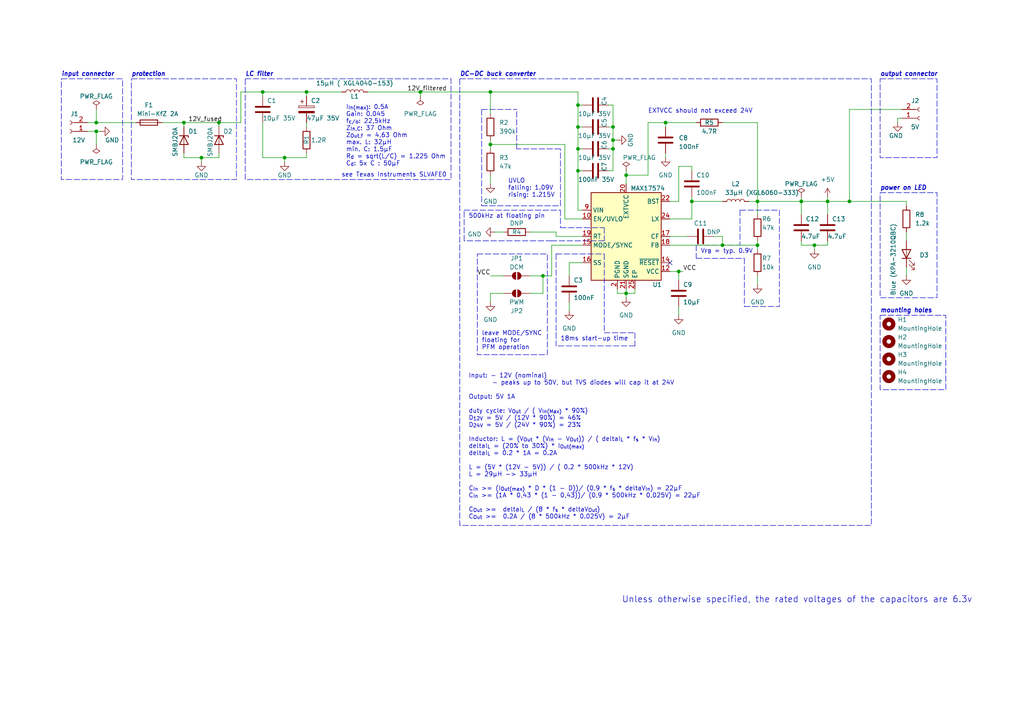
<source format=kicad_sch>
(kicad_sch (version 20231120) (generator "eeschema") (generator_version "8.0")
  (paper "A4")
  (lib_symbols
    (symbol "Connector:Conn_01x02_Socket" (pin_names (offset 1.016) hide)
      (property "Reference" "J" (at 0 2.54 0))
      (property "Value" "Conn_01x02_Socket" (at 0 -5.08 0))
      (symbol "Conn_01x02_Socket_1_1"
        (arc (start 0 -2.032) (mid -0.5058 -2.54) (end 0 -3.048) (stroke (width 0.1524)))
        (polyline (pts (xy -1.27 -2.54) (xy -0.508 -2.54)) (stroke (width 0.1524)))
        (polyline (pts (xy -1.27 0) (xy -0.508 0)) (stroke (width 0.1524)))
        (arc (start 0 0.508) (mid -0.5058 0) (end 0 -0.508) (stroke (width 0.1524)))
        (pin passive line (at -5.08 0 0) (length 3.81) (name "Pin_1") (number "1"))
        (pin passive line (at -5.08 -2.54 0) (length 3.81) (name "Pin_2") (number "2"))
      )
    )
    (symbol "Device:C" (pin_numbers hide) (pin_names (offset 0.254))
      (property "Reference" "C" (at 0.635 2.54 0))
      (property "Value" "C" (at 0.635 -2.54 0))
      (symbol "C_0_1"
        (polyline (pts (xy -2.032 -0.762) (xy 2.032 -0.762)) (stroke (width 0.508)))
        (polyline (pts (xy -2.032 0.762) (xy 2.032 0.762)) (stroke (width 0.508)))
      )
      (symbol "C_1_1"
        (pin passive line (at 0 3.81 270) (length 2.794) (name "~") (number "1"))
        (pin passive line (at 0 -3.81 90) (length 2.794) (name "~") (number "2"))
      )
    )
    (symbol "Device:C_Polarized" (pin_numbers hide) (pin_names (offset 0.254))
      (property "Reference" "C" (at 0.635 2.54 0))
      (property "Value" "C_Polarized" (at 0.635 -2.54 0))
      (symbol "C_Polarized_0_1"
        (rectangle (start -2.286 0.508) (end 2.286 1.016))
        (polyline (pts (xy -1.778 2.286) (xy -0.762 2.286)))
        (polyline (pts (xy -1.27 2.794) (xy -1.27 1.778)))
        (rectangle (start 2.286 -0.508) (end -2.286 -1.016) (fill (type outline)))
      )
      (symbol "C_Polarized_1_1"
        (pin passive line (at 0 3.81 270) (length 2.794) (name "~") (number "1"))
        (pin passive line (at 0 -3.81 90) (length 2.794) (name "~") (number "2"))
      )
    )
    (symbol "Device:D_Zener" (pin_numbers hide) (pin_names (offset 1.016) hide)
      (property "Reference" "D" (at 0 2.54 0))
      (property "Value" "D_Zener" (at 0 -2.54 0))
      (symbol "D_Zener_0_1"
        (polyline (pts (xy 1.27 0) (xy -1.27 0)))
        (polyline (pts (xy -1.27 -1.27) (xy -1.27 1.27) (xy -0.762 1.27)) (stroke (width 0.254)))
        (polyline (pts (xy 1.27 -1.27) (xy 1.27 1.27) (xy -1.27 0) (xy 1.27 -1.27)) (stroke (width 0.254)))
      )
      (symbol "D_Zener_1_1"
        (pin passive line (at -3.81 0 0) (length 2.54) (name "K") (number "1"))
        (pin passive line (at 3.81 0 180) (length 2.54) (name "A") (number "2"))
      )
    )
    (symbol "Device:Fuse" (pin_numbers hide) (pin_names (offset 0))
      (property "Reference" "F" (at 2.032 0 90))
      (property "Value" "Fuse" (at -1.905 0 90))
      (symbol "Fuse_0_1"
        (rectangle (start -0.762 -2.54) (end 0.762 2.54) (stroke (width 0.254)))
        (polyline (pts (xy 0 2.54) (xy 0 -2.54)))
      )
      (symbol "Fuse_1_1"
        (pin passive line (at 0 3.81 270) (length 1.27) (name "~") (number "1"))
        (pin passive line (at 0 -3.81 90) (length 1.27) (name "~") (number "2"))
      )
    )
    (symbol "Device:L" (pin_numbers hide) (pin_names (offset 1.016) hide)
      (property "Reference" "L" (at -1.27 0 90))
      (property "Value" "L" (at 1.905 0 90))
      (symbol "L_0_1"
        (arc (start 0 -2.54) (mid 0.6323 -1.905) (end 0 -1.27))
        (arc (start 0 -1.27) (mid 0.6323 -0.635) (end 0 0))
        (arc (start 0 0) (mid 0.6323 0.635) (end 0 1.27))
        (arc (start 0 1.27) (mid 0.6323 1.905) (end 0 2.54))
      )
      (symbol "L_1_1"
        (pin passive line (at 0 3.81 270) (length 1.27) (name "1") (number "1"))
        (pin passive line (at 0 -3.81 90) (length 1.27) (name "2") (number "2"))
      )
    )
    (symbol "Device:LED" (pin_numbers hide) (pin_names (offset 1.016) hide)
      (property "Reference" "D" (at 0 2.54 0))
      (property "Value" "LED" (at 0 -2.54 0))
      (symbol "LED_0_1"
        (polyline (pts (xy -1.27 -1.27) (xy -1.27 1.27)) (stroke (width 0.254)))
        (polyline (pts (xy -1.27 0) (xy 1.27 0)))
        (polyline (pts (xy 1.27 -1.27) (xy 1.27 1.27) (xy -1.27 0) (xy 1.27 -1.27)) (stroke (width 0.254)))
        (polyline (pts (xy -3.048 -0.762) (xy -4.572 -2.286) (xy -3.81 -2.286) (xy -4.572 -2.286) (xy -4.572 -1.524)))
        (polyline (pts (xy -1.778 -0.762) (xy -3.302 -2.286) (xy -2.54 -2.286) (xy -3.302 -2.286) (xy -3.302 -1.524)))
      )
      (symbol "LED_1_1"
        (pin passive line (at -3.81 0 0) (length 2.54) (name "K") (number "1"))
        (pin passive line (at 3.81 0 180) (length 2.54) (name "A") (number "2"))
      )
    )
    (symbol "Device:R" (pin_numbers hide) (pin_names (offset 0))
      (property "Reference" "R" (at 2.032 0 90))
      (property "Value" "R" (at 0 0 90))
      (symbol "R_0_1"
        (rectangle (start -1.016 -2.54) (end 1.016 2.54) (stroke (width 0.254)))
      )
      (symbol "R_1_1"
        (pin passive line (at 0 3.81 270) (length 1.27) (name "~") (number "1"))
        (pin passive line (at 0 -3.81 90) (length 1.27) (name "~") (number "2"))
      )
    )
    (symbol "Jumper:SolderJumper_2_Open" (pin_numbers hide) (pin_names (offset 0) hide) (exclude_from_sim yes) (in_bom no)
      (property "Reference" "JP" (at 0 2.032 0))
      (property "Value" "SolderJumper_2_Open" (at 0 -2.54 0))
      (symbol "SolderJumper_2_Open_0_1"
        (arc (start -0.254 1.016) (mid -1.2656 0) (end -0.254 -1.016))
        (arc (start -0.254 1.016) (mid -1.2656 0) (end -0.254 -1.016) (fill (type outline)))
        (polyline (pts (xy -0.254 1.016) (xy -0.254 -1.016)))
        (polyline (pts (xy 0.254 1.016) (xy 0.254 -1.016)))
        (arc (start 0.254 -1.016) (mid 1.2656 0) (end 0.254 1.016))
        (arc (start 0.254 -1.016) (mid 1.2656 0) (end 0.254 1.016) (fill (type outline)))
      )
      (symbol "SolderJumper_2_Open_1_1"
        (pin passive line (at -3.81 0 0) (length 2.54) (name "A") (number "1"))
        (pin passive line (at 3.81 0 180) (length 2.54) (name "B") (number "2"))
      )
    )
    (symbol "Mechanical:MountingHole" (pin_names (offset 1.016)) (exclude_from_sim yes) (in_bom no)
      (property "Reference" "H" (at 0 5.08 0))
      (property "Value" "MountingHole" (at 0 3.175 0))
      (symbol "MountingHole_0_1"
        (circle (center 0 0) (radius 1.27) (stroke (width 1.27)))
      )
    )
    (symbol "Regulator_Switching:MAX17574"
      (property "Reference" "U" (at -8.89 13.97 0))
      (property "Value" "MAX17574" (at 2.54 13.97 0))
      (symbol "MAX17574_0_1"
        (rectangle (start -10.16 12.7) (end 10.16 -12.7) (stroke (width 0.254)) (fill (type background)))
      )
      (symbol "MAX17574_1_1"
        (pin passive line (at 12.7 5.08 180) (length 2.54) hide (name "LX") (number "1"))
        (pin input line (at -12.7 5.08 0) (length 2.54) (name "EN/UVLO") (number "10"))
        (pin passive line (at -2.54 -15.24 90) (length 2.54) hide (name "PGND") (number "11"))
        (pin power_out line (at 12.7 -10.16 180) (length 2.54) (name "VCC") (number "12"))
        (pin no_connect line (at 10.16 -5.08 180) (length 2.54) hide (name "NC") (number "13"))
        (pin open_collector line (at 12.7 -7.62 180) (length 2.54) (name "~{RESET}") (number "14"))
        (pin input line (at -12.7 -2.54 0) (length 2.54) (name "MODE/SYNC") (number "15"))
        (pin passive line (at -12.7 -7.62 0) (length 2.54) (name "SS") (number "16"))
        (pin passive line (at 12.7 0 180) (length 2.54) (name "CF") (number "17"))
        (pin input line (at 12.7 -2.54 180) (length 2.54) (name "FB") (number "18"))
        (pin input line (at -12.7 0 0) (length 2.54) (name "RT") (number "19"))
        (pin power_in line (at -2.54 -15.24 90) (length 2.54) (name "PGND") (number "2"))
        (pin power_in line (at 0 15.24 270) (length 2.54) (name "EXTVCC") (number "20"))
        (pin power_in line (at 0 -15.24 90) (length 2.54) (name "SGND") (number "21"))
        (pin passive line (at 12.7 10.16 180) (length 2.54) (name "BST") (number "22"))
        (pin passive line (at 12.7 5.08 180) (length 2.54) hide (name "LX") (number "23"))
        (pin power_out line (at 12.7 5.08 180) (length 2.54) (name "LX") (number "24"))
        (pin power_in line (at 2.54 -15.24 90) (length 2.54) (name "EP") (number "25"))
        (pin passive line (at -2.54 -15.24 90) (length 2.54) hide (name "PGND") (number "3"))
        (pin no_connect line (at -10.16 2.54 0) (length 2.54) hide (name "NC") (number "4"))
        (pin passive line (at -12.7 7.62 0) (length 2.54) hide (name "VIN") (number "5"))
        (pin passive line (at -12.7 7.62 0) (length 2.54) hide (name "VIN") (number "6"))
        (pin passive line (at -12.7 7.62 0) (length 2.54) hide (name "VIN") (number "7"))
        (pin no_connect line (at -10.16 -5.08 0) (length 2.54) hide (name "NC") (number "8"))
        (pin power_in line (at -12.7 7.62 0) (length 2.54) (name "VIN") (number "9"))
      )
    )
    (symbol "power:+5V" (power) (pin_numbers hide) (pin_names (offset 0) hide)
      (property "Value" "+5V" (at 0 3.556 0))
      (symbol "+5V_0_1"
        (polyline (pts (xy -0.762 1.27) (xy 0 2.54)))
        (polyline (pts (xy 0 0) (xy 0 2.54)))
        (polyline (pts (xy 0 2.54) (xy 0.762 1.27)))
      )
      (symbol "+5V_1_1"
        (pin power_in line (at 0 0 90) (length 0) (name "~") (number "1"))
      )
    )
    (symbol "power:GND" (power) (pin_numbers hide) (pin_names (offset 0) hide)
      (property "Value" "GND" (at 0 -3.81 0))
      (symbol "GND_0_1"
        (polyline (pts (xy 0 0) (xy 0 -1.27) (xy 1.27 -1.27) (xy 0 -2.54) (xy -1.27 -1.27) (xy 0 -1.27)))
      )
      (symbol "GND_1_1"
        (pin power_in line (at 0 0 270) (length 0) (name "~") (number "1"))
      )
    )
    (symbol "power:PWR_FLAG" (power) (pin_numbers hide) (pin_names (offset 0) hide)
      (property "Value" "PWR_FLAG" (at 0 3.81 0))
      (symbol "PWR_FLAG_0_0"
        (pin power_out line (at 0 0 90) (length 0) (name "~") (number "1"))
      )
      (symbol "PWR_FLAG_0_1"
        (polyline (pts (xy 0 0) (xy 0 1.27) (xy -1.016 1.905) (xy 0 2.54) (xy 1.016 1.905) (xy 0 1.27)))
      )
    )
  )
  (junction (at 181.61 85.09))
  (junction (at 82.55 45.72))
  (junction (at 121.92 26.67))
  (junction (at 219.71 58.42))
  (junction (at 167.64 36.83))
  (junction (at 177.8 36.83))
  (junction (at 240.03 58.42))
  (junction (at 76.2 26.67))
  (junction (at 157.48 80.01))
  (junction (at 58.42 45.72))
  (junction (at 63.5 35.56))
  (junction (at 177.8 40.64))
  (junction (at 27.94 38.1))
  (junction (at 209.55 71.12))
  (junction (at 246.38 58.42))
  (junction (at 177.8 43.18))
  (junction (at 53.34 35.56))
  (junction (at 142.24 26.67))
  (junction (at 167.64 43.18))
  (junction (at 219.71 71.12))
  (junction (at 167.64 49.53))
  (junction (at 193.04 35.56))
  (junction (at 236.22 71.12))
  (junction (at 232.41 58.42))
  (junction (at 167.64 30.48))
  (junction (at 200.66 58.42))
  (junction (at 27.94 35.56))
  (junction (at 181.61 50.8))
  (junction (at 88.9 26.67))
  (junction (at 196.85 78.74))
  (junction (at 142.24 41.91))
  (no_connect (at 194.31 76.2))
  (polyline (pts (xy 226.06 60.96) (xy 226.06 88.9)) (stroke (width 0) (type dash)))
  (wire (pts (xy 260.35 34.29) (xy 261.62 34.29)))
  (wire (pts (xy 194.31 63.5) (xy 200.66 63.5)))
  (wire (pts (xy 240.03 57.15) (xy 240.03 58.42)))
  (wire (pts (xy 262.89 77.47) (xy 262.89 80.01)))
  (wire (pts (xy 167.64 49.53) (xy 168.91 49.53)))
  (wire (pts (xy 177.8 49.53) (xy 177.8 43.18)))
  (polyline (pts (xy 139.7 59.69) (xy 162.56 59.69)) (stroke (width 0) (type dash)))
  (wire (pts (xy 88.9 26.67) (xy 88.9 27.94)))
  (wire (pts (xy 181.61 50.8) (xy 187.96 50.8)))
  (wire (pts (xy 168.91 43.18) (xy 167.64 43.18)))
  (polyline (pts (xy 139.7 31.75) (xy 149.86 31.75)) (stroke (width 0) (type dash)))
  (wire (pts (xy 240.03 58.42) (xy 240.03 62.23)))
  (wire (pts (xy 27.94 38.1) (xy 29.21 38.1)))
  (wire (pts (xy 200.66 58.42) (xy 209.55 58.42)))
  (polyline (pts (xy 162.56 66.04) (xy 175.26 66.04)) (stroke (width 0) (type dash)))
  (wire (pts (xy 217.17 58.42) (xy 219.71 58.42)))
  (wire (pts (xy 232.41 57.15) (xy 232.41 58.42)))
  (wire (pts (xy 53.34 44.45) (xy 53.34 45.72)))
  (polyline (pts (xy 215.9 74.93) (xy 215.9 88.9)) (stroke (width 0) (type dash)))
  (wire (pts (xy 168.91 68.58) (xy 161.29 68.58)))
  (wire (pts (xy 181.61 85.09) (xy 181.61 86.36)))
  (wire (pts (xy 27.94 31.75) (xy 27.94 35.56)))
  (wire (pts (xy 76.2 35.56) (xy 76.2 45.72)))
  (wire (pts (xy 219.71 58.42) (xy 232.41 58.42)))
  (wire (pts (xy 165.1 76.2) (xy 168.91 76.2)))
  (wire (pts (xy 63.5 44.45) (xy 63.5 45.72)))
  (wire (pts (xy 142.24 40.64) (xy 142.24 41.91)))
  (polyline (pts (xy 161.29 73.66) (xy 175.26 73.66)) (stroke (width 0) (type dash)))
  (wire (pts (xy 88.9 26.67) (xy 99.06 26.67)))
  (wire (pts (xy 200.66 63.5) (xy 200.66 58.42)))
  (wire (pts (xy 69.85 26.67) (xy 69.85 35.56)))
  (wire (pts (xy 142.24 80.01) (xy 146.05 80.01)))
  (wire (pts (xy 219.71 69.85) (xy 219.71 71.12)))
  (wire (pts (xy 196.85 78.74) (xy 198.12 78.74)))
  (wire (pts (xy 209.55 71.12) (xy 219.71 71.12)))
  (polyline (pts (xy 201.93 71.12) (xy 214.63 71.12)) (stroke (width 0) (type dash)))
  (wire (pts (xy 232.41 58.42) (xy 240.03 58.42)))
  (wire (pts (xy 209.55 71.12) (xy 209.55 68.58)))
  (wire (pts (xy 246.38 58.42) (xy 262.89 58.42)))
  (wire (pts (xy 161.29 68.58) (xy 161.29 67.31)))
  (polyline (pts (xy 161.29 73.66) (xy 161.29 96.52)) (stroke (width 0) (type dash)))
  (wire (pts (xy 157.48 85.09) (xy 157.48 80.01)))
  (polyline (pts (xy 201.93 71.12) (xy 201.93 74.93)) (stroke (width 0) (type dash)))
  (wire (pts (xy 219.71 80.01) (xy 219.71 82.55)))
  (wire (pts (xy 167.64 30.48) (xy 168.91 30.48)))
  (wire (pts (xy 177.8 30.48) (xy 177.8 36.83)))
  (wire (pts (xy 232.41 69.85) (xy 232.41 71.12)))
  (wire (pts (xy 53.34 35.56) (xy 63.5 35.56)))
  (wire (pts (xy 142.24 50.8) (xy 142.24 53.34)))
  (wire (pts (xy 177.8 36.83) (xy 177.8 40.64)))
  (wire (pts (xy 82.55 45.72) (xy 82.55 46.99)))
  (wire (pts (xy 193.04 44.45) (xy 193.04 45.72)))
  (wire (pts (xy 167.64 30.48) (xy 167.64 36.83)))
  (wire (pts (xy 209.55 68.58) (xy 207.01 68.58)))
  (wire (pts (xy 163.83 63.5) (xy 168.91 63.5)))
  (wire (pts (xy 106.68 26.67) (xy 121.92 26.67)))
  (wire (pts (xy 194.31 58.42) (xy 196.85 58.42)))
  (wire (pts (xy 200.66 57.15) (xy 200.66 58.42)))
  (wire (pts (xy 196.85 78.74) (xy 196.85 81.28)))
  (wire (pts (xy 88.9 35.56) (xy 88.9 36.83)))
  (polyline (pts (xy 184.15 96.52) (xy 184.15 100.33)) (stroke (width 0) (type dash)))
  (wire (pts (xy 165.1 87.63) (xy 165.1 90.17)))
  (wire (pts (xy 179.07 40.64) (xy 177.8 40.64)))
  (wire (pts (xy 63.5 35.56) (xy 63.5 36.83)))
  (polyline (pts (xy 175.26 96.52) (xy 184.15 96.52)) (stroke (width 0) (type dash)))
  (wire (pts (xy 219.71 58.42) (xy 219.71 62.23)))
  (wire (pts (xy 165.1 80.01) (xy 165.1 76.2)))
  (wire (pts (xy 82.55 45.72) (xy 88.9 45.72)))
  (wire (pts (xy 240.03 69.85) (xy 240.03 71.12)))
  (wire (pts (xy 53.34 45.72) (xy 58.42 45.72)))
  (wire (pts (xy 179.07 85.09) (xy 181.61 85.09)))
  (polyline (pts (xy 175.26 73.66) (xy 175.26 96.52)) (stroke (width 0) (type dash)))
  (wire (pts (xy 167.64 36.83) (xy 167.64 43.18)))
  (polyline (pts (xy 215.9 88.9) (xy 226.06 88.9)) (stroke (width 0) (type dash)))
  (wire (pts (xy 187.96 35.56) (xy 193.04 35.56)))
  (wire (pts (xy 194.31 71.12) (xy 209.55 71.12)))
  (wire (pts (xy 163.83 63.5) (xy 163.83 41.91)))
  (polyline (pts (xy 162.56 59.69) (xy 162.56 43.18)) (stroke (width 0) (type dash)))
  (polyline (pts (xy 160.02 69.85) (xy 134.62 69.85)) (stroke (width 0) (type dash)))
  (wire (pts (xy 181.61 85.09) (xy 184.15 85.09)))
  (wire (pts (xy 200.66 48.26) (xy 200.66 49.53)))
  (wire (pts (xy 53.34 35.56) (xy 53.34 36.83)))
  (wire (pts (xy 240.03 58.42) (xy 246.38 58.42)))
  (wire (pts (xy 153.67 85.09) (xy 157.48 85.09)))
  (wire (pts (xy 142.24 26.67) (xy 142.24 33.02)))
  (polyline (pts (xy 214.63 60.96) (xy 214.63 71.12)) (stroke (width 0) (type dash)))
  (wire (pts (xy 181.61 49.53) (xy 181.61 50.8)))
  (wire (pts (xy 63.5 35.56) (xy 69.85 35.56)))
  (wire (pts (xy 194.31 68.58) (xy 199.39 68.58)))
  (wire (pts (xy 196.85 48.26) (xy 200.66 48.26)))
  (polyline (pts (xy 162.56 60.96) (xy 162.56 66.04)) (stroke (width 0) (type dash)))
  (wire (pts (xy 262.89 67.31) (xy 262.89 69.85)))
  (wire (pts (xy 160.02 80.01) (xy 160.02 71.12)))
  (wire (pts (xy 76.2 26.67) (xy 88.9 26.67)))
  (polyline (pts (xy 161.29 96.52) (xy 161.29 100.33)) (stroke (width 0) (type dash)))
  (wire (pts (xy 260.35 34.29) (xy 260.35 35.56)))
  (wire (pts (xy 236.22 71.12) (xy 240.03 71.12)))
  (wire (pts (xy 121.92 26.67) (xy 142.24 26.67)))
  (wire (pts (xy 194.31 78.74) (xy 196.85 78.74)))
  (wire (pts (xy 25.4 35.56) (xy 27.94 35.56)))
  (wire (pts (xy 167.64 60.96) (xy 168.91 60.96)))
  (wire (pts (xy 193.04 35.56) (xy 201.93 35.56)))
  (polyline (pts (xy 175.26 66.04) (xy 175.26 69.85)) (stroke (width 0) (type dash)))
  (polyline (pts (xy 134.62 69.85) (xy 134.62 60.96)) (stroke (width 0) (type dash)))
  (polyline (pts (xy 139.7 31.75) (xy 139.7 59.69)) (stroke (width 0) (type dash)))
  (wire (pts (xy 179.07 83.82) (xy 179.07 85.09)))
  (wire (pts (xy 196.85 58.42) (xy 196.85 48.26)))
  (wire (pts (xy 184.15 83.82) (xy 184.15 85.09)))
  (wire (pts (xy 69.85 26.67) (xy 76.2 26.67)))
  (wire (pts (xy 121.92 26.67) (xy 121.92 27.94)))
  (wire (pts (xy 219.71 71.12) (xy 219.71 72.39)))
  (wire (pts (xy 27.94 38.1) (xy 27.94 41.91)))
  (wire (pts (xy 176.53 49.53) (xy 177.8 49.53)))
  (wire (pts (xy 232.41 71.12) (xy 236.22 71.12)))
  (wire (pts (xy 219.71 35.56) (xy 219.71 58.42)))
  (polyline (pts (xy 184.15 100.33) (xy 161.29 100.33)) (stroke (width 0) (type dash)))
  (wire (pts (xy 153.67 67.31) (xy 161.29 67.31)))
  (polyline (pts (xy 161.29 96.52) (xy 161.29 96.52)) (stroke (width 0) (type dash)))
  (wire (pts (xy 177.8 43.18) (xy 177.8 40.64)))
  (wire (pts (xy 167.64 26.67) (xy 167.64 30.48)))
  (polyline (pts (xy 149.86 43.18) (xy 149.86 31.75)) (stroke (width 0) (type dash)))
  (wire (pts (xy 142.24 85.09) (xy 146.05 85.09)))
  (wire (pts (xy 157.48 80.01) (xy 160.02 80.01)))
  (wire (pts (xy 181.61 83.82) (xy 181.61 85.09)))
  (wire (pts (xy 167.64 60.96) (xy 167.64 49.53)))
  (wire (pts (xy 142.24 26.67) (xy 167.64 26.67)))
  (polyline (pts (xy 162.56 43.18) (xy 149.86 43.18)) (stroke (width 0) (type dash)))
  (wire (pts (xy 58.42 45.72) (xy 63.5 45.72)))
  (wire (pts (xy 176.53 30.48) (xy 177.8 30.48)))
  (wire (pts (xy 163.83 41.91) (xy 142.24 41.91)))
  (polyline (pts (xy 214.63 60.96) (xy 226.06 60.96)) (stroke (width 0) (type dash)))
  (wire (pts (xy 236.22 71.12) (xy 236.22 72.39)))
  (polyline (pts (xy 201.93 74.93) (xy 215.9 74.93)) (stroke (width 0) (type dash)))
  (wire (pts (xy 27.94 35.56) (xy 39.37 35.56)))
  (polyline (pts (xy 175.26 69.85) (xy 160.02 69.85)) (stroke (width 0) (type dash)))
  (wire (pts (xy 187.96 35.56) (xy 187.96 50.8)))
  (wire (pts (xy 193.04 35.56) (xy 193.04 36.83)))
  (wire (pts (xy 176.53 36.83) (xy 177.8 36.83)))
  (wire (pts (xy 25.4 38.1) (xy 27.94 38.1)))
  (wire (pts (xy 88.9 44.45) (xy 88.9 45.72)))
  (wire (pts (xy 76.2 45.72) (xy 82.55 45.72)))
  (wire (pts (xy 176.53 43.18) (xy 177.8 43.18)))
  (wire (pts (xy 46.99 35.56) (xy 53.34 35.56)))
  (wire (pts (xy 181.61 53.34) (xy 181.61 50.8)))
  (wire (pts (xy 167.64 49.53) (xy 167.64 43.18)))
  (polyline (pts (xy 160.02 69.85) (xy 160.02 69.85)))
  (wire (pts (xy 246.38 31.75) (xy 261.62 31.75)))
  (wire (pts (xy 143.51 67.31) (xy 146.05 67.31)))
  (wire (pts (xy 160.02 71.12) (xy 168.91 71.12)))
  (wire (pts (xy 246.38 31.75) (xy 246.38 58.42)))
  (wire (pts (xy 142.24 41.91) (xy 142.24 43.18)))
  (wire (pts (xy 232.41 58.42) (xy 232.41 62.23)))
  (wire (pts (xy 58.42 45.72) (xy 58.42 46.99)))
  (wire (pts (xy 153.67 80.01) (xy 157.48 80.01)))
  (wire (pts (xy 142.24 87.63) (xy 142.24 85.09)))
  (wire (pts (xy 209.55 35.56) (xy 219.71 35.56)))
  (wire (pts (xy 196.85 88.9) (xy 196.85 91.44)))
  (wire (pts (xy 262.89 58.42) (xy 262.89 59.69)))
  (wire (pts (xy 167.64 36.83) (xy 168.91 36.83)))
  (polyline (pts (xy 134.62 60.96) (xy 162.56 60.96)) (stroke (width 0) (type dash)))
  (wire (pts (xy 76.2 26.67) (xy 76.2 27.94)))
  (rectangle (start 255.27 91.44) (end 274.32 113.03) (stroke (width 0) (type dash)))
  (rectangle (start 255.27 22.86) (end 271.78 45.72) (stroke (width 0) (type dash)))
  (rectangle (start 17.78 22.86) (end 35.56 52.07) (stroke (width 0) (type dash)))
  (rectangle (start 255.27 55.88) (end 271.78 86.36) (stroke (width 0) (type dash)))
  (rectangle (start 71.12 22.86) (end 130.81 52.07) (stroke (width 0) (type dash)))
  (rectangle (start 138.43 73.66) (end 158.75 102.87) (stroke (width 0) (type dash)))
  (rectangle (start 133.35 22.86) (end 252.73 152.4) (stroke (width 0) (type dash)))
  (rectangle (start 38.1 22.86) (end 68.58 52.07) (stroke (width 0) (type dash)))
  (text "power on LED" (at 255.27 54.61 0) (effects (font (size 1.27 1.27) (thickness 0.254) (bold yes) (italic yes)) (justify left)))
  (text "DC-DC buck converter" (at 133.35 21.59 0) (effects (font (size 1.27 1.27) (thickness 0.254) (bold yes) (italic yes)) (justify left)))
  (text "leave MODE/SYNC\nfloating for\nPFM operation" (at 139.7 101.6 0) (effects (font (size 1.27 1.27)) (justify left bottom)))
  (text "I_{In(max)}: 0.5A\nGain: 0.045\nf_{c/o}: 22,5kHz\nZ_{In,C}: 37 Ohm\nZ_{Out,f} = 4,63 Ohm\nmax. L: 32µH\nmin. C: 1.5µF\nR_{d} = sqrt(L/C) = 1.225 Ohm\nC_{d}: 5x C : 50µF" (at 100.33 39.37 0) (effects (font (size 1.27 1.27)) (justify left)))
  (text "UVLO \nfalling: 1.09V\nrising: 1.215V" (at 147.32 54.61 0) (effects (font (size 1.27 1.27)) (justify left)))
  (text "LC filter" (at 71.12 21.59 0) (effects (font (size 1.27 1.27) (thickness 0.254) (bold yes) (italic yes)) (justify left)))
  (text "input connector" (at 17.78 21.59 0) (effects (font (size 1.27 1.27) (thickness 0.254) (bold yes) (italic yes)) (justify left)))
  (text "500kHz at floating pin" (at 135.89 63.5 0) (effects (font (size 1.27 1.27)) (justify left bottom)))
  (text "protection" (at 38.1 21.59 0) (effects (font (size 1.27 1.27) (thickness 0.254) (bold yes) (italic yes)) (justify left)))
  (text "Unless otherwise specified, the rated voltages of the capacitors are 6.3v" (at 180.34 173.99 0) (effects (font (size 1.8 1.8)) (justify left)))
  (text "EXTVCC should not exceed 24V" (at 187.96 33.02 0) (effects (font (size 1.27 1.27)) (justify left bottom)))
  (text "see Texas Instruments SLVAFE0" (at 114.3 50.8 0) (effects (font (size 1.27 1.27))))
  (text "18ms start-up time" (at 162.56 99.06 0) (effects (font (size 1.27 1.27)) (justify left bottom)))
  (text "Input: - 12V (nominal)\n       - peaks up to 50V, but TVS diodes will cap it at 24V\n\nOutput: 5V 1A\n\nduty cycle: V_{Out} / ( V_{In(Max)} * 90%)\nD_{12V} = 5V / (12V * 90%) = 46%\nD_{24V} = 5V / (24V * 90%) = 23%\n\nInductor: L = (V_{Out} * (V_{In} - V_{Out})) / ( deltaI_{L} * f_{s} * V_{In})\ndeltaI_{L} = (20% to 30%) * I_{Out(max)}\ndeltaI_{L} = 0.2 * 1A = 0.2A\n\nL = (5V * (12V - 5V)) / ( 0.2 * 500kHz * 12V)\nL = 29µH -> 33µH\n\nC_{In} >= (I_{Out(max)} * D * (1 - D))/ (0,9 * f_{s} * deltaV_{In}) = 22µF\nC_{In} >= (1A * 0,43 * (1 - 0,43))/ (0,9 * 500kHz * 0,025V) = 22µF\n\nC_{Out} >=  deltaI_{L} / (8 * f_{s} * deltaV_{Out})\nC_{Out} >=  0.2A / (8 * 500kHz * 0.025V) = 2µF" (at 135.89 129.54 0) (effects (font (size 1.27 1.27)) (justify left)))
  (text "mounting holes" (at 255.27 90.17 0) (effects (font (size 1.27 1.27) (thickness 0.254) (bold yes) (italic yes)) (justify left)))
  (text "output connector" (at 255.27 21.59 0) (effects (font (size 1.27 1.27) (thickness 0.254) (bold yes) (italic yes)) (justify left)))
  (text "V_{FB} = typ. 0.9V" (at 203.2 73.66 0) (effects (font (size 1.27 1.27)) (justify left bottom)))
  (label "VCC" (at 198.12 78.74 0))
  (label "12V_filtered" (at 118.11 26.67 0))
  (label "12V_fused" (at 54.61 35.56 0))
  (label "VCC" (at 142.24 80.01 180))
  (symbol (lib_id "Device:C") (at 165.1 83.82 0) (unit 1)
    (property "Reference" "C3" (at 166.37 81.28 0) (effects (justify left)))
    (property "Value" "100nF" (at 166.37 86.36 0) (effects (justify left)))
    (property "Footprint" "Capacitor_SMD:C_0603_1608Metric_Pad1.08x0.95mm_HandSolder" (effects (hide yes)))
    (property "Description" "Unpolarized capacitor" (effects (hide yes)))
  )
  (symbol (lib_id "Device:R") (at 142.24 46.99 0) (unit 1)
    (property "Reference" "R3" (at 144.78 45.7199 0) (effects (justify left)))
    (property "Value" "47k" (at 144.78 48.2599 0) (effects (justify left)))
    (property "Footprint" "Resistor_SMD:R_0603_1608Metric_Pad0.98x0.95mm_HandSolder" (effects (hide yes)))
    (property "Description" "Resistor" (effects (hide yes)))
  )
  (symbol (lib_id "Device:C") (at 203.2 68.58 90) (unit 1)
    (property "Reference" "C11" (at 203.2 64.77 90))
    (property "Value" "DNP" (at 207.01 67.31 90))
    (property "Footprint" "Capacitor_SMD:C_0603_1608Metric_Pad1.08x0.95mm_HandSolder" (effects (hide yes)))
    (property "Description" "Unpolarized capacitor" (effects (hide yes)))
  )
  (symbol (lib_id "Device:D_Zener") (at 53.34 40.64 270) (unit 1)
    (property "Reference" "D1" (at 54.61 38.1 90) (effects (justify left)))
    (property "Value" "SMBJ20A" (at 50.8 36.83 0) (effects (justify left)))
    (property "Footprint" "Diode_SMD:D_SMB_Handsoldering" (effects (hide yes)))
    (property "Description" "Zener diode" (effects (hide yes)))
  )
  (symbol (lib_id "Device:Fuse") (at 43.18 35.56 90) (unit 1)
    (property "Reference" "F1" (at 43.18 30.48 90))
    (property "Value" "Mini-KfZ 2A" (at 45.72 33.02 90))
    (property "Footprint" "extraFootprints:KEYSTONE-FUSE-3557-2" (effects (hide yes)))
    (property "Description" "Fuse" (effects (hide yes)))
  )
  (symbol (lib_id "power:GND") (at 262.89 80.01 0) (unit 1)
    (property "Reference" "#PWR016" (effects (hide yes)))
    (property "Value" "GND" (at 262.89 85.09 0))
    (property "Description" "Power symbol creates a global label with name \"GND\" , ground" (effects (hide yes)))
  )
  (symbol (lib_id "Device:R") (at 219.71 76.2 0) (unit 1)
    (property "Reference" "R7" (at 220.98 74.93 0) (effects (justify left)))
    (property "Value" "10k" (at 220.98 77.47 0) (effects (justify left)))
    (property "Footprint" "Resistor_SMD:R_0603_1608Metric_Pad0.98x0.95mm_HandSolder" (effects (hide yes)))
    (property "Description" "Resistor" (effects (hide yes)))
  )
  (symbol (lib_id "Device:C_Polarized") (at 88.9 31.75 0) (unit 1)
    (property "Reference" "C2" (at 90.17 29.21 0) (effects (justify left)))
    (property "Value" "47µF 35V" (at 88.9 34.29 0) (effects (justify left)))
    (property "Footprint" "Capacitor_SMD:C_Elec_6.3x5.8" (effects (hide yes)))
    (property "Description" "Polarized capacitor" (effects (hide yes)))
  )
  (symbol (lib_id "power:GND") (at 179.07 40.64 90) (unit 1)
    (property "Reference" "#PWR08" (effects (hide yes)))
    (property "Value" "GND" (at 182.88 40.64 0))
    (property "Description" "Power symbol creates a global label with name \"GND\" , ground" (effects (hide yes)))
  )
  (symbol (lib_id "Device:C") (at 232.41 66.04 180) (unit 1)
    (property "Reference" "C12" (at 233.68 63.5 0) (effects (justify right)))
    (property "Value" "4.7uF" (at 232.41 68.58 0) (effects (justify right)))
    (property "Footprint" "Capacitor_SMD:C_0603_1608Metric_Pad1.08x0.95mm_HandSolder" (effects (hide yes)))
    (property "Description" "Unpolarized capacitor" (effects (hide yes)))
  )
  (symbol (lib_id "power:GND") (at 219.71 82.55 0) (unit 1)
    (property "Reference" "#PWR012" (effects (hide yes)))
    (property "Value" "GND" (at 219.71 87.63 0))
    (property "Description" "Power symbol creates a global label with name \"GND\" , ground" (effects (hide yes)))
  )
  (symbol (lib_id "Mechanical:MountingHole") (at 257.81 104.14 0) (unit 1) (exclude_from_sim yes) (in_bom no)
    (property "Reference" "H3" (at 260.35 102.8699 0) (effects (justify left)))
    (property "Value" "MountingHole" (at 260.35 105.4099 0) (effects (justify left)))
    (property "Footprint" "MountingHole:MountingHole_3.2mm_M3_ISO14580" (effects (hide yes)))
    (property "Description" "Mounting Hole without connection" (effects (hide yes)))
  )
  (symbol (lib_id "Device:R") (at 219.71 66.04 0) (unit 1)
    (property "Reference" "R6" (at 220.98 63.5 0) (effects (justify left)))
    (property "Value" "47k" (at 220.98 66.04 0) (effects (justify left)))
    (property "Footprint" "Resistor_SMD:R_0603_1608Metric_Pad0.98x0.95mm_HandSolder" (effects (hide yes)))
    (property "Description" "Resistor" (effects (hide yes)))
  )
  (symbol (lib_id "power:PWR_FLAG") (at 181.61 49.53 0) (unit 1)
    (property "Reference" "#FLG03" (effects (hide yes)))
    (property "Value" "PWR_FLAG" (at 185.42 45.72 0))
    (property "Description" "Special symbol for telling ERC where power comes from" (effects (hide yes)))
  )
  (symbol (lib_id "power:GND") (at 142.24 87.63 0) (unit 1)
    (property "Reference" "#PWR05" (effects (hide yes)))
    (property "Value" "GND" (at 142.24 92.71 0))
    (property "Description" "Power symbol creates a global label with name \"GND\" , ground" (effects (hide yes)))
  )
  (symbol (lib_id "Device:L") (at 102.87 26.67 90) (unit 1)
    (property "Reference" "L1" (at 102.87 27.94 90))
    (property "Value" "15µH ( XGL4040-153)" (at 102.87 24.13 90))
    (property "Footprint" "Inductor_SMD:L_Coilcraft_XAL4040-XXX" (effects (hide yes)))
    (property "Description" "Inductor" (effects (hide yes)))
  )
  (symbol (lib_id "Jumper:SolderJumper_2_Open") (at 149.86 80.01 0) (unit 1)
    (property "Reference" "JP1" (at 149.86 74.93 0))
    (property "Value" "DCM" (at 149.86 77.47 0))
    (property "Footprint" "extraFootprints:SolderJumper-Open_0603" (effects (hide yes)))
    (property "Description" "Solder Jumper, 2-pole, open" (effects (hide yes)))
  )
  (symbol (lib_id "Device:C") (at 172.72 36.83 90) (unit 1)
    (property "Reference" "C5" (at 175.26 34.29 0) (effects (justify right)))
    (property "Value" "10µF 35V" (at 167.64 39.37 90) (effects (justify right)))
    (property "Footprint" "Capacitor_SMD:C_0603_1608Metric_Pad1.08x0.95mm_HandSolder" (effects (hide yes)))
    (property "Description" "Unpolarized capacitor" (effects (hide yes)))
  )
  (symbol (lib_id "Mechanical:MountingHole") (at 257.81 99.06 0) (unit 1) (exclude_from_sim yes) (in_bom no)
    (property "Reference" "H2" (at 260.35 97.7899 0) (effects (justify left)))
    (property "Value" "MountingHole" (at 260.35 100.3299 0) (effects (justify left)))
    (property "Footprint" "MountingHole:MountingHole_3.2mm_M3_ISO14580" (effects (hide yes)))
    (property "Description" "Mounting Hole without connection" (effects (hide yes)))
  )
  (symbol (lib_id "Connector:Conn_01x02_Socket") (at 266.7 34.29 0) (mirror x) (unit 1)
    (property "Reference" "J2" (at 265.43 29.21 0))
    (property "Value" "5V" (at 265.43 36.83 0))
    (property "Footprint" "Connector_Molex:Molex_PicoBlade_53047-0210_1x02_P1.25mm_Vertical" (effects (hide yes)))
    (property "Description" "Generic connector, single row, 01x02, script generated" (effects (hide yes)))
  )
  (symbol (lib_id "power:GND") (at 143.51 67.31 270) (unit 1)
    (property "Reference" "#PWR06" (effects (hide yes)))
    (property "Value" "GND" (at 139.7 67.945 90) (effects (justify right)))
    (property "Description" "Power symbol creates a global label with name \"GND\" , ground" (effects (hide yes)))
  )
  (symbol (lib_id "Device:R") (at 205.74 35.56 90) (unit 1)
    (property "Reference" "R5" (at 205.74 35.56 90))
    (property "Value" "4.7R" (at 205.74 38.1 90))
    (property "Footprint" "Resistor_SMD:R_0603_1608Metric_Pad0.98x0.95mm_HandSolder" (effects (hide yes)))
    (property "Description" "Resistor" (effects (hide yes)))
  )
  (symbol (lib_id "power:GND") (at 196.85 91.44 0) (unit 1)
    (property "Reference" "#PWR011" (effects (hide yes)))
    (property "Value" "GND" (at 196.85 96.52 0))
    (property "Description" "Power symbol creates a global label with name \"GND\" , ground" (effects (hide yes)))
  )
  (symbol (lib_id "power:GND") (at 58.42 46.99 0) (unit 1)
    (property "Reference" "#PWR02" (effects (hide yes)))
    (property "Value" "GND" (at 58.42 50.8 0))
    (property "Description" "Power symbol creates a global label with name \"GND\" , ground" (effects (hide yes)))
  )
  (symbol (lib_id "power:GND") (at 165.1 90.17 0) (unit 1)
    (property "Reference" "#PWR07" (effects (hide yes)))
    (property "Value" "GND" (at 165.1 95.25 0))
    (property "Description" "Power symbol creates a global label with name \"GND\" , ground" (effects (hide yes)))
  )
  (symbol (lib_id "Device:R") (at 142.24 36.83 0) (unit 1)
    (property "Reference" "R2" (at 144.78 35.5599 0) (effects (justify left)))
    (property "Value" "390k" (at 144.78 38.0999 0) (effects (justify left)))
    (property "Footprint" "Resistor_SMD:R_0603_1608Metric_Pad0.98x0.95mm_HandSolder" (effects (hide yes)))
    (property "Description" "Resistor" (effects (hide yes)))
  )
  (symbol (lib_id "Regulator_Switching:MAX17574") (at 181.61 68.58 0) (unit 1)
    (property "Reference" "U1" (at 189.23 82.55 0) (effects (justify left)))
    (property "Value" "MAX17574" (at 182.88 54.61 0) (effects (justify left)))
    (property "Footprint" "Package_DFN_QFN:QFN-24-1EP_4x5mm_P0.5mm_EP2.65x3.65mm" (effects (hide yes)))
    (property "Datasheet" "https://datasheets.maximintegrated.com/en/ds/MAX17574.pdf" (effects (hide yes)))
    (property "Description" "4.5V–60V, 3A, High-Efficiency, Synchronous Step-Down DC-DC Converter with Internal Compensation, QFN-24" (effects (hide yes)))
  )
  (symbol (lib_id "Device:C") (at 200.66 53.34 180) (unit 1)
    (property "Reference" "C10" (at 201.93 50.8 0) (effects (justify right)))
    (property "Value" "100nF" (at 201.93 55.88 0) (effects (justify right)))
    (property "Footprint" "Capacitor_SMD:C_0603_1608Metric_Pad1.08x0.95mm_HandSolder" (effects (hide yes)))
    (property "Description" "Unpolarized capacitor" (effects (hide yes)))
  )
  (symbol (lib_id "Mechanical:MountingHole") (at 257.81 93.98 0) (unit 1) (exclude_from_sim yes) (in_bom no)
    (property "Reference" "H1" (at 260.35 92.7099 0) (effects (justify left)))
    (property "Value" "MountingHole" (at 260.35 95.2499 0) (effects (justify left)))
    (property "Footprint" "MountingHole:MountingHole_3.2mm_M3_ISO14580" (effects (hide yes)))
    (property "Description" "Mounting Hole without connection" (effects (hide yes)))
  )
  (symbol (lib_id "Device:C") (at 240.03 66.04 180) (unit 1)
    (property "Reference" "C13" (at 241.3 63.5 0) (effects (justify right)))
    (property "Value" "4.7uF" (at 240.03 68.58 0) (effects (justify right)))
    (property "Footprint" "Capacitor_SMD:C_0603_1608Metric_Pad1.08x0.95mm_HandSolder" (effects (hide yes)))
    (property "Description" "Unpolarized capacitor" (effects (hide yes)))
  )
  (symbol (lib_id "power:GND") (at 260.35 35.56 0) (unit 1)
    (property "Reference" "#PWR015" (effects (hide yes)))
    (property "Value" "GND" (at 257.81 39.37 0) (effects (justify left)))
    (property "Description" "Power symbol creates a global label with name \"GND\" , ground" (effects (hide yes)))
  )
  (symbol (lib_id "Device:C") (at 172.72 49.53 90) (unit 1)
    (property "Reference" "C7" (at 175.26 46.99 0) (effects (justify right)))
    (property "Value" "100nF 35V" (at 167.64 52.07 90) (effects (justify right)))
    (property "Footprint" "Capacitor_SMD:C_0603_1608Metric_Pad1.08x0.95mm_HandSolder" (effects (hide yes)))
    (property "Description" "Unpolarized capacitor" (effects (hide yes)))
  )
  (symbol (lib_id "power:PWR_FLAG") (at 27.94 41.91 0) (mirror x) (unit 1)
    (property "Reference" "#FLG02" (effects (hide yes)))
    (property "Value" "PWR_FLAG" (at 27.94 46.99 0))
    (property "Description" "Special symbol for telling ERC where power comes from" (effects (hide yes)))
  )
  (symbol (lib_id "power:GND") (at 29.21 38.1 90) (unit 1)
    (property "Reference" "#PWR01" (effects (hide yes)))
    (property "Value" "GND" (at 30.48 40.64 90) (effects (justify right)))
    (property "Description" "Power symbol creates a global label with name \"GND\" , ground" (effects (hide yes)))
  )
  (symbol (lib_id "Jumper:SolderJumper_2_Open") (at 149.86 85.09 0) (mirror x) (unit 1)
    (property "Reference" "JP2" (at 149.86 90.17 0))
    (property "Value" "PWM" (at 149.86 87.63 0))
    (property "Footprint" "extraFootprints:SolderJumper-Open_0603" (effects (hide yes)))
    (property "Description" "Solder Jumper, 2-pole, open" (effects (hide yes)))
  )
  (symbol (lib_id "power:GND") (at 142.24 53.34 0) (unit 1)
    (property "Reference" "#PWR04" (effects (hide yes)))
    (property "Value" "GND" (at 142.24 58.42 0))
    (property "Description" "Power symbol creates a global label with name \"GND\" , ground" (effects (hide yes)))
  )
  (symbol (lib_id "power:PWR_FLAG") (at 121.92 27.94 180) (unit 1)
    (property "Reference" "#FLG05" (effects (hide yes)))
    (property "Value" "PWR_FLAG" (at 121.92 33.02 0))
    (property "Description" "Special symbol for telling ERC where power comes from" (effects (hide yes)))
  )
  (symbol (lib_id "power:+5V") (at 240.03 57.15 0) (unit 1)
    (property "Reference" "#PWR014" (effects (hide yes)))
    (property "Value" "+5V" (at 240.03 52.07 0))
    (property "Description" "Power symbol creates a global label with name \"+5V\"" (effects (hide yes)))
  )
  (symbol (lib_id "Device:C") (at 196.85 85.09 0) (unit 1)
    (property "Reference" "C9" (at 198.12 82.55 0) (effects (justify left)))
    (property "Value" "10µF" (at 198.12 87.63 0) (effects (justify left)))
    (property "Footprint" "Capacitor_SMD:C_0805_2012Metric_Pad1.18x1.45mm_HandSolder" (effects (hide yes)))
    (property "Description" "Unpolarized capacitor" (effects (hide yes)))
  )
  (symbol (lib_id "Device:LED") (at 262.89 73.66 90) (unit 1)
    (property "Reference" "D3" (at 266.7 73.9774 90) (effects (justify right)))
    (property "Value" "Blue (KPA-3210QBC)" (at 259.08 64.77 0) (effects (justify right)))
    (property "Footprint" "LED_SMD:LED_1206_3216Metric" (effects (hide yes)))
    (property "Description" "Light emitting diode" (effects (hide yes)))
  )
  (symbol (lib_id "Device:D_Zener") (at 63.5 40.64 270) (unit 1)
    (property "Reference" "D2" (at 64.77 38.1 90) (effects (justify left)))
    (property "Value" "SMBJ20A" (at 60.96 36.83 0) (effects (justify left)))
    (property "Footprint" "Diode_SMD:D_SMB_Handsoldering" (effects (hide yes)))
    (property "Description" "Zener diode" (effects (hide yes)))
  )
  (symbol (lib_id "Device:C") (at 76.2 31.75 0) (unit 1)
    (property "Reference" "C1" (at 77.47 29.21 0) (effects (justify left)))
    (property "Value" "10µF 35V" (at 76.2 34.29 0) (effects (justify left)))
    (property "Footprint" "Capacitor_SMD:C_0603_1608Metric_Pad1.08x0.95mm_HandSolder" (effects (hide yes)))
    (property "Description" "Unpolarized capacitor" (effects (hide yes)))
  )
  (symbol (lib_id "power:GND") (at 181.61 86.36 0) (unit 1)
    (property "Reference" "#PWR09" (effects (hide yes)))
    (property "Value" "GND" (at 181.61 91.44 0))
    (property "Description" "Power symbol creates a global label with name \"GND\" , ground" (effects (hide yes)))
  )
  (symbol (lib_id "Device:L") (at 213.36 58.42 90) (unit 1)
    (property "Reference" "L2" (at 213.36 53.34 90))
    (property "Value" "33µH (XGL6060-333)" (at 220.98 55.88 90))
    (property "Footprint" "Inductor_SMD:L_Coilcraft_XAL6060-XXX" (effects (hide yes)))
    (property "Description" "Inductor" (effects (hide yes)))
  )
  (symbol (lib_id "power:GND") (at 236.22 72.39 0) (unit 1)
    (property "Reference" "#PWR013" (effects (hide yes)))
    (property "Value" "GND" (at 236.22 77.47 0))
    (property "Description" "Power symbol creates a global label with name \"GND\" , ground" (effects (hide yes)))
  )
  (symbol (lib_id "Device:C") (at 193.04 40.64 180) (unit 1)
    (property "Reference" "C8" (at 196.85 40.005 0) (effects (justify right)))
    (property "Value" "100nF" (at 196.85 42.545 0) (effects (justify right)))
    (property "Footprint" "Capacitor_SMD:C_0603_1608Metric_Pad1.08x0.95mm_HandSolder" (effects (hide yes)))
    (property "Description" "Unpolarized capacitor" (effects (hide yes)))
  )
  (symbol (lib_id "power:PWR_FLAG") (at 232.41 57.15 0) (unit 1)
    (property "Reference" "#FLG04" (effects (hide yes)))
    (property "Value" "PWR_FLAG" (at 232.41 53.34 0))
    (property "Description" "Special symbol for telling ERC where power comes from" (effects (hide yes)))
  )
  (symbol (lib_id "Connector:Conn_01x02_Socket") (at 20.32 38.1 180) (unit 1)
    (property "Reference" "J1" (at 21.59 33.02 0))
    (property "Value" "12V" (at 22.86 40.64 0))
    (property "Footprint" "Connector_Molex:Molex_PicoBlade_53047-0210_1x02_P1.25mm_Vertical" (effects (hide yes)))
    (property "Description" "Generic connector, single row, 01x02, script generated" (effects (hide yes)))
  )
  (symbol (lib_id "Device:C") (at 172.72 43.18 90) (unit 1)
    (property "Reference" "C6" (at 175.26 40.64 0) (effects (justify right)))
    (property "Value" "10µF 35V" (at 167.64 45.72 90) (effects (justify right)))
    (property "Footprint" "Capacitor_SMD:C_0603_1608Metric_Pad1.08x0.95mm_HandSolder" (effects (hide yes)))
    (property "Description" "Unpolarized capacitor" (effects (hide yes)))
  )
  (symbol (lib_id "Device:R") (at 262.89 63.5 0) (unit 1)
    (property "Reference" "R8" (at 265.43 62.2299 0) (effects (justify left)))
    (property "Value" "1.2k" (at 265.43 64.7699 0) (effects (justify left)))
    (property "Footprint" "Resistor_SMD:R_0603_1608Metric_Pad0.98x0.95mm_HandSolder" (effects (hide yes)))
    (property "Description" "Resistor" (effects (hide yes)))
  )
  (symbol (lib_id "Device:C") (at 172.72 30.48 90) (unit 1)
    (property "Reference" "C4" (at 175.26 27.94 0) (effects (justify right)))
    (property "Value" "10µF 35V" (at 167.64 33.02 90) (effects (justify right)))
    (property "Footprint" "Capacitor_SMD:C_0603_1608Metric_Pad1.08x0.95mm_HandSolder" (effects (hide yes)))
    (property "Description" "Unpolarized capacitor" (effects (hide yes)))
  )
  (symbol (lib_id "Device:R") (at 149.86 67.31 90) (unit 1)
    (property "Reference" "R4" (at 149.86 67.31 90))
    (property "Value" "DNP" (at 149.86 64.77 90))
    (property "Footprint" "Resistor_SMD:R_0603_1608Metric_Pad0.98x0.95mm_HandSolder" (effects (hide yes)))
    (property "Description" "Resistor" (effects (hide yes)))
  )
  (symbol (lib_id "Mechanical:MountingHole") (at 257.81 109.22 0) (unit 1) (exclude_from_sim yes) (in_bom no)
    (property "Reference" "H4" (at 260.35 107.9499 0) (effects (justify left)))
    (property "Value" "MountingHole" (at 260.35 110.4899 0) (effects (justify left)))
    (property "Footprint" "MountingHole:MountingHole_3.2mm_M3_ISO14580" (effects (hide yes)))
    (property "Description" "Mounting Hole without connection" (effects (hide yes)))
  )
  (symbol (lib_id "power:PWR_FLAG") (at 27.94 31.75 0) (mirror y) (unit 1)
    (property "Reference" "#FLG01" (effects (hide yes)))
    (property "Value" "PWR_FLAG" (at 27.94 27.94 0))
    (property "Description" "Special symbol for telling ERC where power comes from" (effects (hide yes)))
  )
  (symbol (lib_id "power:GND") (at 193.04 45.72 0) (unit 1)
    (property "Reference" "#PWR010" (effects (hide yes)))
    (property "Value" "GND" (at 193.04 50.8 0))
    (property "Description" "Power symbol creates a global label with name \"GND\" , ground" (effects (hide yes)))
  )
  (symbol (lib_id "power:GND") (at 82.55 46.99 0) (unit 1)
    (property "Reference" "#PWR03" (effects (hide yes)))
    (property "Value" "GND" (at 82.55 50.8 0))
    (property "Description" "Power symbol creates a global label with name \"GND\" , ground" (effects (hide yes)))
  )
  (symbol (lib_id "Device:R") (at 88.9 40.64 0) (unit 1)
    (property "Reference" "R1" (at 88.9 41.91 90) (effects (justify left)))
    (property "Value" "1.2R" (at 90.17 40.64 0) (effects (justify left)))
    (property "Footprint" "Resistor_SMD:R_0603_1608Metric_Pad0.98x0.95mm_HandSolder" (effects (hide yes)))
    (property "Description" "Resistor" (effects (hide yes)))
  )
)
</source>
